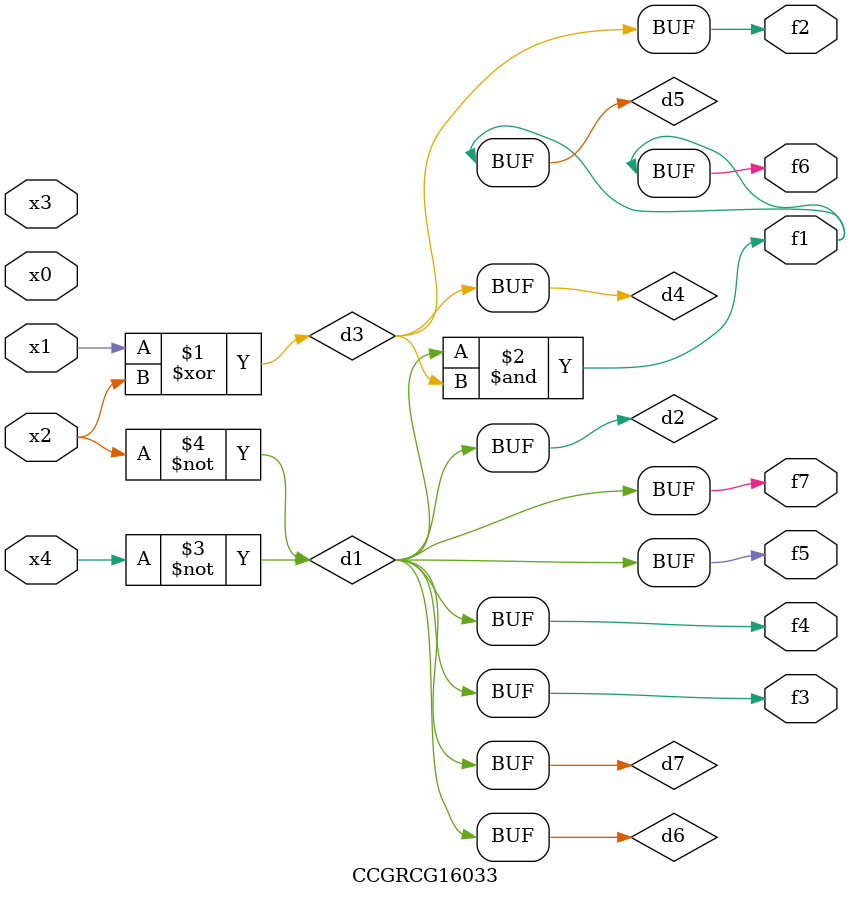
<source format=v>
module CCGRCG16033(
	input x0, x1, x2, x3, x4,
	output f1, f2, f3, f4, f5, f6, f7
);

	wire d1, d2, d3, d4, d5, d6, d7;

	not (d1, x4);
	not (d2, x2);
	xor (d3, x1, x2);
	buf (d4, d3);
	and (d5, d1, d3);
	buf (d6, d1, d2);
	buf (d7, d2);
	assign f1 = d5;
	assign f2 = d4;
	assign f3 = d7;
	assign f4 = d7;
	assign f5 = d7;
	assign f6 = d5;
	assign f7 = d7;
endmodule

</source>
